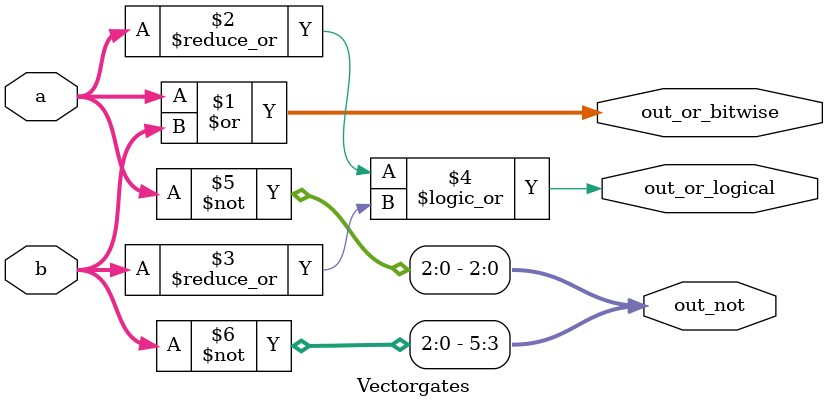
<source format=v>

`timescale 1ns/1ps 

module Vectorgates (
  input      [2:0]    a,
  input      [2:0]    b,
  output     [2:0]    out_or_bitwise,
  output              out_or_logical,
  output     [5:0]    out_not
);


  assign out_or_bitwise = (a | b);
  assign out_or_logical = ((|a) || (|b));
  assign out_not = {(~ b),(~ a)};

endmodule

</source>
